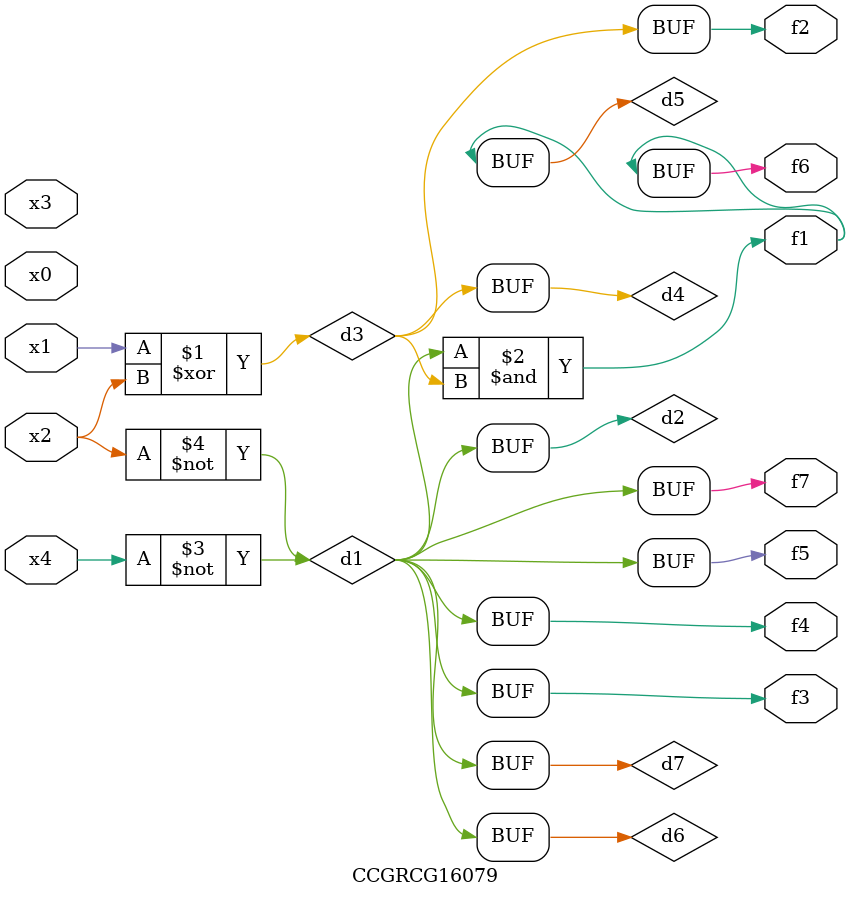
<source format=v>
module CCGRCG16079(
	input x0, x1, x2, x3, x4,
	output f1, f2, f3, f4, f5, f6, f7
);

	wire d1, d2, d3, d4, d5, d6, d7;

	not (d1, x4);
	not (d2, x2);
	xor (d3, x1, x2);
	buf (d4, d3);
	and (d5, d1, d3);
	buf (d6, d1, d2);
	buf (d7, d2);
	assign f1 = d5;
	assign f2 = d4;
	assign f3 = d7;
	assign f4 = d7;
	assign f5 = d7;
	assign f6 = d5;
	assign f7 = d7;
endmodule

</source>
